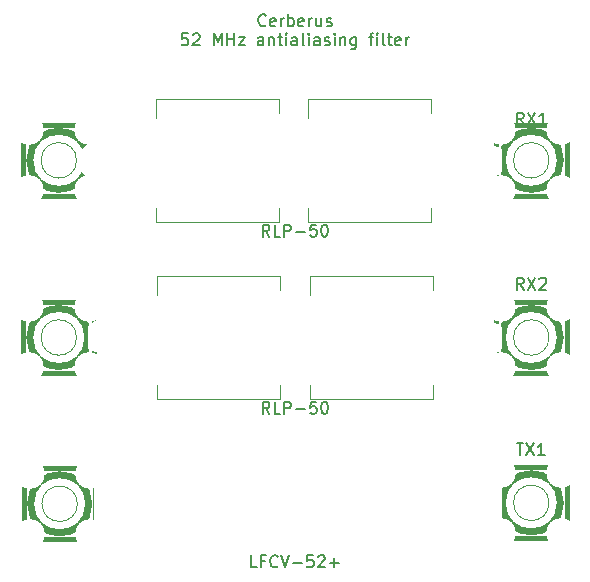
<source format=gto>
G04 #@! TF.GenerationSoftware,KiCad,Pcbnew,(6.0.0)*
G04 #@! TF.CreationDate,2022-07-22T13:11:08+02:00*
G04 #@! TF.ProjectId,aliasing,616c6961-7369-46e6-972e-6b696361645f,rev?*
G04 #@! TF.SameCoordinates,Original*
G04 #@! TF.FileFunction,Legend,Top*
G04 #@! TF.FilePolarity,Positive*
%FSLAX46Y46*%
G04 Gerber Fmt 4.6, Leading zero omitted, Abs format (unit mm)*
G04 Created by KiCad (PCBNEW (6.0.0)) date 2022-07-22 13:11:08*
%MOMM*%
%LPD*%
G01*
G04 APERTURE LIST*
%ADD10C,0.150000*%
%ADD11C,0.120000*%
%ADD12C,0.381000*%
%ADD13C,0.099060*%
%ADD14C,1.998980*%
%ADD15C,2.499360*%
%ADD16R,1.600000X0.800000*%
%ADD17C,0.610000*%
%ADD18R,3.250000X1.500000*%
%ADD19R,1.778000X1.016000*%
%ADD20R,1.016000X1.778000*%
%ADD21C,5.700000*%
G04 APERTURE END LIST*
D10*
X178761904Y-73952380D02*
X179333333Y-73952380D01*
X179047619Y-74952380D02*
X179047619Y-73952380D01*
X179571428Y-73952380D02*
X180238095Y-74952380D01*
X180238095Y-73952380D02*
X179571428Y-74952380D01*
X181142857Y-74952380D02*
X180571428Y-74952380D01*
X180857142Y-74952380D02*
X180857142Y-73952380D01*
X180761904Y-74095238D01*
X180666666Y-74190476D01*
X180571428Y-74238095D01*
X157833333Y-56452380D02*
X157500000Y-55976190D01*
X157261904Y-56452380D02*
X157261904Y-55452380D01*
X157642857Y-55452380D01*
X157738095Y-55500000D01*
X157785714Y-55547619D01*
X157833333Y-55642857D01*
X157833333Y-55785714D01*
X157785714Y-55880952D01*
X157738095Y-55928571D01*
X157642857Y-55976190D01*
X157261904Y-55976190D01*
X158738095Y-56452380D02*
X158261904Y-56452380D01*
X158261904Y-55452380D01*
X159071428Y-56452380D02*
X159071428Y-55452380D01*
X159452380Y-55452380D01*
X159547619Y-55500000D01*
X159595238Y-55547619D01*
X159642857Y-55642857D01*
X159642857Y-55785714D01*
X159595238Y-55880952D01*
X159547619Y-55928571D01*
X159452380Y-55976190D01*
X159071428Y-55976190D01*
X160071428Y-56071428D02*
X160833333Y-56071428D01*
X161785714Y-55452380D02*
X161309523Y-55452380D01*
X161261904Y-55928571D01*
X161309523Y-55880952D01*
X161404761Y-55833333D01*
X161642857Y-55833333D01*
X161738095Y-55880952D01*
X161785714Y-55928571D01*
X161833333Y-56023809D01*
X161833333Y-56261904D01*
X161785714Y-56357142D01*
X161738095Y-56404761D01*
X161642857Y-56452380D01*
X161404761Y-56452380D01*
X161309523Y-56404761D01*
X161261904Y-56357142D01*
X162452380Y-55452380D02*
X162547619Y-55452380D01*
X162642857Y-55500000D01*
X162690476Y-55547619D01*
X162738095Y-55642857D01*
X162785714Y-55833333D01*
X162785714Y-56071428D01*
X162738095Y-56261904D01*
X162690476Y-56357142D01*
X162642857Y-56404761D01*
X162547619Y-56452380D01*
X162452380Y-56452380D01*
X162357142Y-56404761D01*
X162309523Y-56357142D01*
X162261904Y-56261904D01*
X162214285Y-56071428D01*
X162214285Y-55833333D01*
X162261904Y-55642857D01*
X162309523Y-55547619D01*
X162357142Y-55500000D01*
X162452380Y-55452380D01*
X157523809Y-38552142D02*
X157476190Y-38599761D01*
X157333333Y-38647380D01*
X157238095Y-38647380D01*
X157095238Y-38599761D01*
X157000000Y-38504523D01*
X156952380Y-38409285D01*
X156904761Y-38218809D01*
X156904761Y-38075952D01*
X156952380Y-37885476D01*
X157000000Y-37790238D01*
X157095238Y-37695000D01*
X157238095Y-37647380D01*
X157333333Y-37647380D01*
X157476190Y-37695000D01*
X157523809Y-37742619D01*
X158333333Y-38599761D02*
X158238095Y-38647380D01*
X158047619Y-38647380D01*
X157952380Y-38599761D01*
X157904761Y-38504523D01*
X157904761Y-38123571D01*
X157952380Y-38028333D01*
X158047619Y-37980714D01*
X158238095Y-37980714D01*
X158333333Y-38028333D01*
X158380952Y-38123571D01*
X158380952Y-38218809D01*
X157904761Y-38314047D01*
X158809523Y-38647380D02*
X158809523Y-37980714D01*
X158809523Y-38171190D02*
X158857142Y-38075952D01*
X158904761Y-38028333D01*
X159000000Y-37980714D01*
X159095238Y-37980714D01*
X159428571Y-38647380D02*
X159428571Y-37647380D01*
X159428571Y-38028333D02*
X159523809Y-37980714D01*
X159714285Y-37980714D01*
X159809523Y-38028333D01*
X159857142Y-38075952D01*
X159904761Y-38171190D01*
X159904761Y-38456904D01*
X159857142Y-38552142D01*
X159809523Y-38599761D01*
X159714285Y-38647380D01*
X159523809Y-38647380D01*
X159428571Y-38599761D01*
X160714285Y-38599761D02*
X160619047Y-38647380D01*
X160428571Y-38647380D01*
X160333333Y-38599761D01*
X160285714Y-38504523D01*
X160285714Y-38123571D01*
X160333333Y-38028333D01*
X160428571Y-37980714D01*
X160619047Y-37980714D01*
X160714285Y-38028333D01*
X160761904Y-38123571D01*
X160761904Y-38218809D01*
X160285714Y-38314047D01*
X161190476Y-38647380D02*
X161190476Y-37980714D01*
X161190476Y-38171190D02*
X161238095Y-38075952D01*
X161285714Y-38028333D01*
X161380952Y-37980714D01*
X161476190Y-37980714D01*
X162238095Y-37980714D02*
X162238095Y-38647380D01*
X161809523Y-37980714D02*
X161809523Y-38504523D01*
X161857142Y-38599761D01*
X161952380Y-38647380D01*
X162095238Y-38647380D01*
X162190476Y-38599761D01*
X162238095Y-38552142D01*
X162666666Y-38599761D02*
X162761904Y-38647380D01*
X162952380Y-38647380D01*
X163047619Y-38599761D01*
X163095238Y-38504523D01*
X163095238Y-38456904D01*
X163047619Y-38361666D01*
X162952380Y-38314047D01*
X162809523Y-38314047D01*
X162714285Y-38266428D01*
X162666666Y-38171190D01*
X162666666Y-38123571D01*
X162714285Y-38028333D01*
X162809523Y-37980714D01*
X162952380Y-37980714D01*
X163047619Y-38028333D01*
X150928571Y-39257380D02*
X150452380Y-39257380D01*
X150404761Y-39733571D01*
X150452380Y-39685952D01*
X150547619Y-39638333D01*
X150785714Y-39638333D01*
X150880952Y-39685952D01*
X150928571Y-39733571D01*
X150976190Y-39828809D01*
X150976190Y-40066904D01*
X150928571Y-40162142D01*
X150880952Y-40209761D01*
X150785714Y-40257380D01*
X150547619Y-40257380D01*
X150452380Y-40209761D01*
X150404761Y-40162142D01*
X151357142Y-39352619D02*
X151404761Y-39305000D01*
X151500000Y-39257380D01*
X151738095Y-39257380D01*
X151833333Y-39305000D01*
X151880952Y-39352619D01*
X151928571Y-39447857D01*
X151928571Y-39543095D01*
X151880952Y-39685952D01*
X151309523Y-40257380D01*
X151928571Y-40257380D01*
X153119047Y-40257380D02*
X153119047Y-39257380D01*
X153452380Y-39971666D01*
X153785714Y-39257380D01*
X153785714Y-40257380D01*
X154261904Y-40257380D02*
X154261904Y-39257380D01*
X154261904Y-39733571D02*
X154833333Y-39733571D01*
X154833333Y-40257380D02*
X154833333Y-39257380D01*
X155214285Y-39590714D02*
X155738095Y-39590714D01*
X155214285Y-40257380D01*
X155738095Y-40257380D01*
X157309523Y-40257380D02*
X157309523Y-39733571D01*
X157261904Y-39638333D01*
X157166666Y-39590714D01*
X156976190Y-39590714D01*
X156880952Y-39638333D01*
X157309523Y-40209761D02*
X157214285Y-40257380D01*
X156976190Y-40257380D01*
X156880952Y-40209761D01*
X156833333Y-40114523D01*
X156833333Y-40019285D01*
X156880952Y-39924047D01*
X156976190Y-39876428D01*
X157214285Y-39876428D01*
X157309523Y-39828809D01*
X157785714Y-39590714D02*
X157785714Y-40257380D01*
X157785714Y-39685952D02*
X157833333Y-39638333D01*
X157928571Y-39590714D01*
X158071428Y-39590714D01*
X158166666Y-39638333D01*
X158214285Y-39733571D01*
X158214285Y-40257380D01*
X158547619Y-39590714D02*
X158928571Y-39590714D01*
X158690476Y-39257380D02*
X158690476Y-40114523D01*
X158738095Y-40209761D01*
X158833333Y-40257380D01*
X158928571Y-40257380D01*
X159261904Y-40257380D02*
X159261904Y-39590714D01*
X159261904Y-39257380D02*
X159214285Y-39305000D01*
X159261904Y-39352619D01*
X159309523Y-39305000D01*
X159261904Y-39257380D01*
X159261904Y-39352619D01*
X160166666Y-40257380D02*
X160166666Y-39733571D01*
X160119047Y-39638333D01*
X160023809Y-39590714D01*
X159833333Y-39590714D01*
X159738095Y-39638333D01*
X160166666Y-40209761D02*
X160071428Y-40257380D01*
X159833333Y-40257380D01*
X159738095Y-40209761D01*
X159690476Y-40114523D01*
X159690476Y-40019285D01*
X159738095Y-39924047D01*
X159833333Y-39876428D01*
X160071428Y-39876428D01*
X160166666Y-39828809D01*
X160785714Y-40257380D02*
X160690476Y-40209761D01*
X160642857Y-40114523D01*
X160642857Y-39257380D01*
X161166666Y-40257380D02*
X161166666Y-39590714D01*
X161166666Y-39257380D02*
X161119047Y-39305000D01*
X161166666Y-39352619D01*
X161214285Y-39305000D01*
X161166666Y-39257380D01*
X161166666Y-39352619D01*
X162071428Y-40257380D02*
X162071428Y-39733571D01*
X162023809Y-39638333D01*
X161928571Y-39590714D01*
X161738095Y-39590714D01*
X161642857Y-39638333D01*
X162071428Y-40209761D02*
X161976190Y-40257380D01*
X161738095Y-40257380D01*
X161642857Y-40209761D01*
X161595238Y-40114523D01*
X161595238Y-40019285D01*
X161642857Y-39924047D01*
X161738095Y-39876428D01*
X161976190Y-39876428D01*
X162071428Y-39828809D01*
X162500000Y-40209761D02*
X162595238Y-40257380D01*
X162785714Y-40257380D01*
X162880952Y-40209761D01*
X162928571Y-40114523D01*
X162928571Y-40066904D01*
X162880952Y-39971666D01*
X162785714Y-39924047D01*
X162642857Y-39924047D01*
X162547619Y-39876428D01*
X162500000Y-39781190D01*
X162500000Y-39733571D01*
X162547619Y-39638333D01*
X162642857Y-39590714D01*
X162785714Y-39590714D01*
X162880952Y-39638333D01*
X163357142Y-40257380D02*
X163357142Y-39590714D01*
X163357142Y-39257380D02*
X163309523Y-39305000D01*
X163357142Y-39352619D01*
X163404761Y-39305000D01*
X163357142Y-39257380D01*
X163357142Y-39352619D01*
X163833333Y-39590714D02*
X163833333Y-40257380D01*
X163833333Y-39685952D02*
X163880952Y-39638333D01*
X163976190Y-39590714D01*
X164119047Y-39590714D01*
X164214285Y-39638333D01*
X164261904Y-39733571D01*
X164261904Y-40257380D01*
X165166666Y-39590714D02*
X165166666Y-40400238D01*
X165119047Y-40495476D01*
X165071428Y-40543095D01*
X164976190Y-40590714D01*
X164833333Y-40590714D01*
X164738095Y-40543095D01*
X165166666Y-40209761D02*
X165071428Y-40257380D01*
X164880952Y-40257380D01*
X164785714Y-40209761D01*
X164738095Y-40162142D01*
X164690476Y-40066904D01*
X164690476Y-39781190D01*
X164738095Y-39685952D01*
X164785714Y-39638333D01*
X164880952Y-39590714D01*
X165071428Y-39590714D01*
X165166666Y-39638333D01*
X166261904Y-39590714D02*
X166642857Y-39590714D01*
X166404761Y-40257380D02*
X166404761Y-39400238D01*
X166452380Y-39305000D01*
X166547619Y-39257380D01*
X166642857Y-39257380D01*
X166976190Y-40257380D02*
X166976190Y-39590714D01*
X166976190Y-39257380D02*
X166928571Y-39305000D01*
X166976190Y-39352619D01*
X167023809Y-39305000D01*
X166976190Y-39257380D01*
X166976190Y-39352619D01*
X167595238Y-40257380D02*
X167500000Y-40209761D01*
X167452380Y-40114523D01*
X167452380Y-39257380D01*
X167833333Y-39590714D02*
X168214285Y-39590714D01*
X167976190Y-39257380D02*
X167976190Y-40114523D01*
X168023809Y-40209761D01*
X168119047Y-40257380D01*
X168214285Y-40257380D01*
X168928571Y-40209761D02*
X168833333Y-40257380D01*
X168642857Y-40257380D01*
X168547619Y-40209761D01*
X168500000Y-40114523D01*
X168500000Y-39733571D01*
X168547619Y-39638333D01*
X168642857Y-39590714D01*
X168833333Y-39590714D01*
X168928571Y-39638333D01*
X168976190Y-39733571D01*
X168976190Y-39828809D01*
X168500000Y-39924047D01*
X169404761Y-40257380D02*
X169404761Y-39590714D01*
X169404761Y-39781190D02*
X169452380Y-39685952D01*
X169500000Y-39638333D01*
X169595238Y-39590714D01*
X169690476Y-39590714D01*
X179357142Y-46952380D02*
X179023809Y-46476190D01*
X178785714Y-46952380D02*
X178785714Y-45952380D01*
X179166666Y-45952380D01*
X179261904Y-46000000D01*
X179309523Y-46047619D01*
X179357142Y-46142857D01*
X179357142Y-46285714D01*
X179309523Y-46380952D01*
X179261904Y-46428571D01*
X179166666Y-46476190D01*
X178785714Y-46476190D01*
X179690476Y-45952380D02*
X180357142Y-46952380D01*
X180357142Y-45952380D02*
X179690476Y-46952380D01*
X181261904Y-46952380D02*
X180690476Y-46952380D01*
X180976190Y-46952380D02*
X180976190Y-45952380D01*
X180880952Y-46095238D01*
X180785714Y-46190476D01*
X180690476Y-46238095D01*
X156761904Y-84452380D02*
X156285714Y-84452380D01*
X156285714Y-83452380D01*
X157428571Y-83928571D02*
X157095238Y-83928571D01*
X157095238Y-84452380D02*
X157095238Y-83452380D01*
X157571428Y-83452380D01*
X158523809Y-84357142D02*
X158476190Y-84404761D01*
X158333333Y-84452380D01*
X158238095Y-84452380D01*
X158095238Y-84404761D01*
X158000000Y-84309523D01*
X157952380Y-84214285D01*
X157904761Y-84023809D01*
X157904761Y-83880952D01*
X157952380Y-83690476D01*
X158000000Y-83595238D01*
X158095238Y-83500000D01*
X158238095Y-83452380D01*
X158333333Y-83452380D01*
X158476190Y-83500000D01*
X158523809Y-83547619D01*
X158809523Y-83452380D02*
X159142857Y-84452380D01*
X159476190Y-83452380D01*
X159809523Y-84071428D02*
X160571428Y-84071428D01*
X161523809Y-83452380D02*
X161047619Y-83452380D01*
X161000000Y-83928571D01*
X161047619Y-83880952D01*
X161142857Y-83833333D01*
X161380952Y-83833333D01*
X161476190Y-83880952D01*
X161523809Y-83928571D01*
X161571428Y-84023809D01*
X161571428Y-84261904D01*
X161523809Y-84357142D01*
X161476190Y-84404761D01*
X161380952Y-84452380D01*
X161142857Y-84452380D01*
X161047619Y-84404761D01*
X161000000Y-84357142D01*
X161952380Y-83547619D02*
X162000000Y-83500000D01*
X162095238Y-83452380D01*
X162333333Y-83452380D01*
X162428571Y-83500000D01*
X162476190Y-83547619D01*
X162523809Y-83642857D01*
X162523809Y-83738095D01*
X162476190Y-83880952D01*
X161904761Y-84452380D01*
X162523809Y-84452380D01*
X162952380Y-84071428D02*
X163714285Y-84071428D01*
X163333333Y-84452380D02*
X163333333Y-83690476D01*
X179357142Y-60952380D02*
X179023809Y-60476190D01*
X178785714Y-60952380D02*
X178785714Y-59952380D01*
X179166666Y-59952380D01*
X179261904Y-60000000D01*
X179309523Y-60047619D01*
X179357142Y-60142857D01*
X179357142Y-60285714D01*
X179309523Y-60380952D01*
X179261904Y-60428571D01*
X179166666Y-60476190D01*
X178785714Y-60476190D01*
X179690476Y-59952380D02*
X180357142Y-60952380D01*
X180357142Y-59952380D02*
X179690476Y-60952380D01*
X180690476Y-60047619D02*
X180738095Y-60000000D01*
X180833333Y-59952380D01*
X181071428Y-59952380D01*
X181166666Y-60000000D01*
X181214285Y-60047619D01*
X181261904Y-60142857D01*
X181261904Y-60238095D01*
X181214285Y-60380952D01*
X180642857Y-60952380D01*
X181261904Y-60952380D01*
X157833333Y-71452380D02*
X157500000Y-70976190D01*
X157261904Y-71452380D02*
X157261904Y-70452380D01*
X157642857Y-70452380D01*
X157738095Y-70500000D01*
X157785714Y-70547619D01*
X157833333Y-70642857D01*
X157833333Y-70785714D01*
X157785714Y-70880952D01*
X157738095Y-70928571D01*
X157642857Y-70976190D01*
X157261904Y-70976190D01*
X158738095Y-71452380D02*
X158261904Y-71452380D01*
X158261904Y-70452380D01*
X159071428Y-71452380D02*
X159071428Y-70452380D01*
X159452380Y-70452380D01*
X159547619Y-70500000D01*
X159595238Y-70547619D01*
X159642857Y-70642857D01*
X159642857Y-70785714D01*
X159595238Y-70880952D01*
X159547619Y-70928571D01*
X159452380Y-70976190D01*
X159071428Y-70976190D01*
X160071428Y-71071428D02*
X160833333Y-71071428D01*
X161785714Y-70452380D02*
X161309523Y-70452380D01*
X161261904Y-70928571D01*
X161309523Y-70880952D01*
X161404761Y-70833333D01*
X161642857Y-70833333D01*
X161738095Y-70880952D01*
X161785714Y-70928571D01*
X161833333Y-71023809D01*
X161833333Y-71261904D01*
X161785714Y-71357142D01*
X161738095Y-71404761D01*
X161642857Y-71452380D01*
X161404761Y-71452380D01*
X161309523Y-71404761D01*
X161261904Y-71357142D01*
X162452380Y-70452380D02*
X162547619Y-70452380D01*
X162642857Y-70500000D01*
X162690476Y-70547619D01*
X162738095Y-70642857D01*
X162785714Y-70833333D01*
X162785714Y-71071428D01*
X162738095Y-71261904D01*
X162690476Y-71357142D01*
X162642857Y-71404761D01*
X162547619Y-71452380D01*
X162452380Y-71452380D01*
X162357142Y-71404761D01*
X162309523Y-71357142D01*
X162261904Y-71261904D01*
X162214285Y-71071428D01*
X162214285Y-70833333D01*
X162261904Y-70642857D01*
X162309523Y-70547619D01*
X162357142Y-70500000D01*
X162452380Y-70452380D01*
D11*
X159090000Y-77840000D02*
X157860000Y-77840000D01*
X161800000Y-81200000D02*
X161800000Y-80400000D01*
X162600000Y-77600000D02*
X162600000Y-77800000D01*
X157400000Y-77600000D02*
X157400000Y-77800000D01*
X161800000Y-77600000D02*
X162600000Y-77600000D01*
X158300000Y-81200000D02*
X158300000Y-80400000D01*
X157400000Y-80400000D02*
X157400000Y-80100000D01*
X161800000Y-80400000D02*
X162600000Y-80400000D01*
X158300000Y-80400000D02*
X157400000Y-80400000D01*
X162600000Y-80400000D02*
X162600000Y-80200000D01*
X158300000Y-77600000D02*
X157400000Y-77600000D01*
X158300000Y-76900000D02*
X158300000Y-77600000D01*
X161800000Y-76900000D02*
X161800000Y-77600000D01*
D12*
X177000260Y-52999740D02*
X177000260Y-47000260D01*
X182999740Y-47000260D02*
X182999740Y-52999740D01*
X182999740Y-52999740D02*
X177000260Y-52999740D01*
X177000260Y-47000260D02*
X182999740Y-47000260D01*
D13*
X181501140Y-50000000D02*
G75*
G03*
X181501140Y-50000000I-1501140J0D01*
G01*
D12*
X182371904Y-50000000D02*
G75*
G03*
X182371904Y-50000000I-2371904J0D01*
G01*
X182548957Y-50000000D02*
G75*
G03*
X182548957Y-50000000I-2548957J0D01*
G01*
D13*
X180500380Y-50000000D02*
G75*
G03*
X180500380Y-50000000I-500380J0D01*
G01*
D11*
X171700000Y-70200000D02*
X161300000Y-70200000D01*
X171700000Y-70200000D02*
X171700000Y-69000000D01*
X171700000Y-61000000D02*
X171700000Y-59800000D01*
X161300000Y-59800000D02*
X161300000Y-63600000D01*
X161300000Y-59800000D02*
X171700000Y-59800000D01*
X161300000Y-69000000D02*
X161300000Y-70200000D01*
D12*
X137000260Y-47000260D02*
X142999740Y-47000260D01*
X137000260Y-52999740D02*
X137000260Y-47000260D01*
X142999740Y-47000260D02*
X142999740Y-52999740D01*
X142999740Y-52999740D02*
X137000260Y-52999740D01*
D13*
X141501140Y-50000000D02*
G75*
G03*
X141501140Y-50000000I-1501140J0D01*
G01*
X140500380Y-50000000D02*
G75*
G03*
X140500380Y-50000000I-500380J0D01*
G01*
D12*
X142548957Y-50000000D02*
G75*
G03*
X142548957Y-50000000I-2548957J0D01*
G01*
X142371904Y-50000000D02*
G75*
G03*
X142371904Y-50000000I-2371904J0D01*
G01*
X142999740Y-67999740D02*
X137000260Y-67999740D01*
X142999740Y-62000260D02*
X142999740Y-67999740D01*
X137000260Y-62000260D02*
X142999740Y-62000260D01*
X137000260Y-67999740D02*
X137000260Y-62000260D01*
X142548957Y-65000000D02*
G75*
G03*
X142548957Y-65000000I-2548957J0D01*
G01*
D13*
X140500380Y-65000000D02*
G75*
G03*
X140500380Y-65000000I-500380J0D01*
G01*
X141501140Y-65000000D02*
G75*
G03*
X141501140Y-65000000I-1501140J0D01*
G01*
D12*
X142371904Y-65000000D02*
G75*
G03*
X142371904Y-65000000I-2371904J0D01*
G01*
D11*
X158636000Y-55200000D02*
X148236000Y-55200000D01*
X158636000Y-46000000D02*
X158636000Y-44800000D01*
X148236000Y-44800000D02*
X148236000Y-48600000D01*
X148236000Y-54000000D02*
X148236000Y-55200000D01*
X158636000Y-55200000D02*
X158636000Y-54000000D01*
X148236000Y-44800000D02*
X158636000Y-44800000D01*
X158700000Y-70200000D02*
X148300000Y-70200000D01*
X158700000Y-61000000D02*
X158700000Y-59800000D01*
X158700000Y-70200000D02*
X158700000Y-69000000D01*
X148300000Y-59800000D02*
X148300000Y-63600000D01*
X148300000Y-59800000D02*
X158700000Y-59800000D01*
X148300000Y-69000000D02*
X148300000Y-70200000D01*
X161117000Y-44800000D02*
X161117000Y-48600000D01*
X171517000Y-55200000D02*
X161117000Y-55200000D01*
X161117000Y-54000000D02*
X161117000Y-55200000D01*
X171517000Y-55200000D02*
X171517000Y-54000000D01*
X171517000Y-46000000D02*
X171517000Y-44800000D01*
X161117000Y-44800000D02*
X171517000Y-44800000D01*
D12*
X143070784Y-76080260D02*
X143070784Y-82079740D01*
X137071304Y-82079740D02*
X137071304Y-76080260D01*
X137071304Y-76080260D02*
X143070784Y-76080260D01*
X143070784Y-82079740D02*
X137071304Y-82079740D01*
D13*
X140571424Y-79080000D02*
G75*
G03*
X140571424Y-79080000I-500380J0D01*
G01*
X141572184Y-79080000D02*
G75*
G03*
X141572184Y-79080000I-1501140J0D01*
G01*
D12*
X142442948Y-79080000D02*
G75*
G03*
X142442948Y-79080000I-2371904J0D01*
G01*
X142620001Y-79080000D02*
G75*
G03*
X142620001Y-79080000I-2548957J0D01*
G01*
X182999740Y-67999740D02*
X177000260Y-67999740D01*
X177000260Y-67999740D02*
X177000260Y-62000260D01*
X182999740Y-62000260D02*
X182999740Y-67999740D01*
X177000260Y-62000260D02*
X182999740Y-62000260D01*
D13*
X181501140Y-65000000D02*
G75*
G03*
X181501140Y-65000000I-1501140J0D01*
G01*
D12*
X182371904Y-65000000D02*
G75*
G03*
X182371904Y-65000000I-2371904J0D01*
G01*
D13*
X180500380Y-65000000D02*
G75*
G03*
X180500380Y-65000000I-500380J0D01*
G01*
D12*
X182548957Y-65000000D02*
G75*
G03*
X182548957Y-65000000I-2548957J0D01*
G01*
X182999740Y-76000260D02*
X182999740Y-81999740D01*
X182999740Y-81999740D02*
X177000260Y-81999740D01*
X177000260Y-81999740D02*
X177000260Y-76000260D01*
X177000260Y-76000260D02*
X182999740Y-76000260D01*
D13*
X180500380Y-79000000D02*
G75*
G03*
X180500380Y-79000000I-500380J0D01*
G01*
X181501140Y-79000000D02*
G75*
G03*
X181501140Y-79000000I-1501140J0D01*
G01*
D12*
X182548957Y-79000000D02*
G75*
G03*
X182548957Y-79000000I-2548957J0D01*
G01*
X182371904Y-79000000D02*
G75*
G03*
X182371904Y-79000000I-2371904J0D01*
G01*
D14*
X180000000Y-50000000D03*
D15*
X177460000Y-47460000D03*
X177460000Y-52540000D03*
X182540000Y-47460000D03*
X182540000Y-52540000D03*
D14*
X140000000Y-50000000D03*
D15*
X142540000Y-52540000D03*
X137460000Y-47460000D03*
X142540000Y-47460000D03*
X137460000Y-52540000D03*
D14*
X140000000Y-65000000D03*
D15*
X142540000Y-67540000D03*
X137460000Y-67540000D03*
X137460000Y-62460000D03*
X142540000Y-62460000D03*
D14*
X140071044Y-79080000D03*
D15*
X137531044Y-81620000D03*
X142611044Y-76540000D03*
X137531044Y-76540000D03*
X142611044Y-81620000D03*
D14*
X180000000Y-65000000D03*
D15*
X177460000Y-62460000D03*
X182540000Y-67540000D03*
X177460000Y-67540000D03*
X182540000Y-62460000D03*
D14*
X180000000Y-79000000D03*
D15*
X177460000Y-76460000D03*
X177460000Y-81540000D03*
X182540000Y-81540000D03*
X182540000Y-76460000D03*
%LPC*%
D16*
X158050000Y-79000000D03*
D17*
X159000000Y-80500000D03*
D18*
X160000000Y-80500000D03*
D17*
X161000000Y-77300000D03*
X158800000Y-77250000D03*
X161100000Y-80500000D03*
D16*
X161950000Y-79000000D03*
D18*
X160000000Y-77500000D03*
D14*
X180000000Y-50000000D03*
D15*
X177460000Y-47460000D03*
X177460000Y-52540000D03*
X182540000Y-47460000D03*
X182540000Y-52540000D03*
D19*
X162436000Y-63095000D03*
X162436000Y-65000000D03*
X162436000Y-66905000D03*
D20*
X166500000Y-69064000D03*
D19*
X170564000Y-66905000D03*
X170564000Y-65000000D03*
X170564000Y-63095000D03*
D20*
X166500000Y-60936000D03*
D14*
X140000000Y-50000000D03*
D15*
X142540000Y-52540000D03*
X137460000Y-47460000D03*
X142540000Y-47460000D03*
X137460000Y-52540000D03*
D21*
X181500000Y-39000000D03*
D14*
X140000000Y-65000000D03*
D15*
X142540000Y-67540000D03*
X137460000Y-67540000D03*
X137460000Y-62460000D03*
X142540000Y-62460000D03*
D19*
X149372000Y-48095000D03*
X149372000Y-50000000D03*
X149372000Y-51905000D03*
D20*
X153436000Y-54064000D03*
D19*
X157500000Y-51905000D03*
X157500000Y-50000000D03*
X157500000Y-48095000D03*
D20*
X153436000Y-45936000D03*
D21*
X181500000Y-88000000D03*
D19*
X149436000Y-63095000D03*
X149436000Y-65000000D03*
X149436000Y-66905000D03*
D20*
X153500000Y-69064000D03*
D19*
X157564000Y-66905000D03*
X157564000Y-65000000D03*
X157564000Y-63095000D03*
D20*
X153500000Y-60936000D03*
D21*
X138500000Y-88000000D03*
D19*
X162253000Y-48095000D03*
X162253000Y-50000000D03*
X162253000Y-51905000D03*
D20*
X166317000Y-54064000D03*
D19*
X170381000Y-51905000D03*
X170381000Y-50000000D03*
X170381000Y-48095000D03*
D20*
X166317000Y-45936000D03*
D14*
X140071044Y-79080000D03*
D15*
X137531044Y-81620000D03*
X142611044Y-76540000D03*
X137531044Y-76540000D03*
X142611044Y-81620000D03*
D21*
X138000000Y-39500000D03*
D14*
X180000000Y-65000000D03*
D15*
X177460000Y-62460000D03*
X182540000Y-67540000D03*
X177460000Y-67540000D03*
X182540000Y-62460000D03*
D14*
X180000000Y-79000000D03*
D15*
X177460000Y-76460000D03*
X177460000Y-81540000D03*
X182540000Y-81540000D03*
X182540000Y-76460000D03*
G36*
X177442121Y-76020002D02*
G01*
X177488614Y-76073658D01*
X177500000Y-76126000D01*
X177500000Y-81874000D01*
X177479998Y-81942121D01*
X177426342Y-81988614D01*
X177374000Y-82000000D01*
X143126000Y-82000000D01*
X143057879Y-81979998D01*
X143011386Y-81926342D01*
X143000000Y-81874000D01*
X143000000Y-76126000D01*
X143020002Y-76057879D01*
X143073658Y-76011386D01*
X143126000Y-76000000D01*
X177374000Y-76000000D01*
X177442121Y-76020002D01*
G37*
G36*
X160196121Y-61520002D02*
G01*
X160242614Y-61573658D01*
X160254000Y-61626000D01*
X160254000Y-68374000D01*
X160233998Y-68442121D01*
X160180342Y-68488614D01*
X160128000Y-68500000D01*
X144126000Y-68500000D01*
X144057879Y-68479998D01*
X144011386Y-68426342D01*
X144000000Y-68374000D01*
X144000000Y-66518115D01*
X143995525Y-66502876D01*
X143987334Y-66495778D01*
X142586155Y-66028718D01*
X142527855Y-65988201D01*
X142500716Y-65922596D01*
X142500000Y-65909184D01*
X142500000Y-64067433D01*
X142520002Y-63999312D01*
X142556108Y-63962595D01*
X143984926Y-63010049D01*
X143998593Y-62993731D01*
X144000000Y-62986990D01*
X144000000Y-61626000D01*
X144020002Y-61557879D01*
X144073658Y-61511386D01*
X144126000Y-61500000D01*
X160128000Y-61500000D01*
X160196121Y-61520002D01*
G37*
G36*
X175942121Y-61520002D02*
G01*
X175988614Y-61573658D01*
X176000000Y-61626000D01*
X176000000Y-63481885D01*
X176004475Y-63497124D01*
X176012666Y-63504222D01*
X177413845Y-63971282D01*
X177472145Y-64011799D01*
X177499284Y-64077404D01*
X177500000Y-64090816D01*
X177500000Y-65932567D01*
X177479998Y-66000688D01*
X177443892Y-66037405D01*
X176015074Y-66989951D01*
X176001407Y-67006269D01*
X176000000Y-67013010D01*
X176000000Y-68374000D01*
X175979998Y-68442121D01*
X175926342Y-68488614D01*
X175874000Y-68500000D01*
X159872000Y-68500000D01*
X159803879Y-68479998D01*
X159757386Y-68426342D01*
X159746000Y-68374000D01*
X159746000Y-61626000D01*
X159766002Y-61557879D01*
X159819658Y-61511386D01*
X159872000Y-61500000D01*
X175874000Y-61500000D01*
X175942121Y-61520002D01*
G37*
G36*
X175942121Y-46520002D02*
G01*
X175988614Y-46573658D01*
X176000000Y-46626000D01*
X176000000Y-48481885D01*
X176004475Y-48497124D01*
X176012666Y-48504222D01*
X177413845Y-48971282D01*
X177472145Y-49011799D01*
X177499284Y-49077404D01*
X177500000Y-49090816D01*
X177500000Y-50932567D01*
X177479998Y-51000688D01*
X177443892Y-51037405D01*
X176015074Y-51989951D01*
X176001407Y-52006269D01*
X176000000Y-52013010D01*
X176000000Y-53374000D01*
X175979998Y-53442121D01*
X175926342Y-53488614D01*
X175874000Y-53500000D01*
X159872000Y-53500000D01*
X159803879Y-53479998D01*
X159757386Y-53426342D01*
X159746000Y-53374000D01*
X159746000Y-46626000D01*
X159766002Y-46557879D01*
X159819658Y-46511386D01*
X159872000Y-46500000D01*
X175874000Y-46500000D01*
X175942121Y-46520002D01*
G37*
G36*
X160196121Y-46520002D02*
G01*
X160242614Y-46573658D01*
X160254000Y-46626000D01*
X160254000Y-53374000D01*
X160233998Y-53442121D01*
X160180342Y-53488614D01*
X160128000Y-53500000D01*
X143577872Y-53500000D01*
X143509751Y-53479998D01*
X143465174Y-53430349D01*
X142504543Y-51509086D01*
X142492815Y-51492815D01*
X142036905Y-51036905D01*
X142002879Y-50974593D01*
X142000000Y-50947810D01*
X142000000Y-49052190D01*
X142020002Y-48984069D01*
X142036905Y-48963095D01*
X142989626Y-48010374D01*
X143004639Y-47986083D01*
X143471282Y-46586155D01*
X143511799Y-46527855D01*
X143577404Y-46500716D01*
X143590816Y-46500000D01*
X160128000Y-46500000D01*
X160196121Y-46520002D01*
G37*
M02*

</source>
